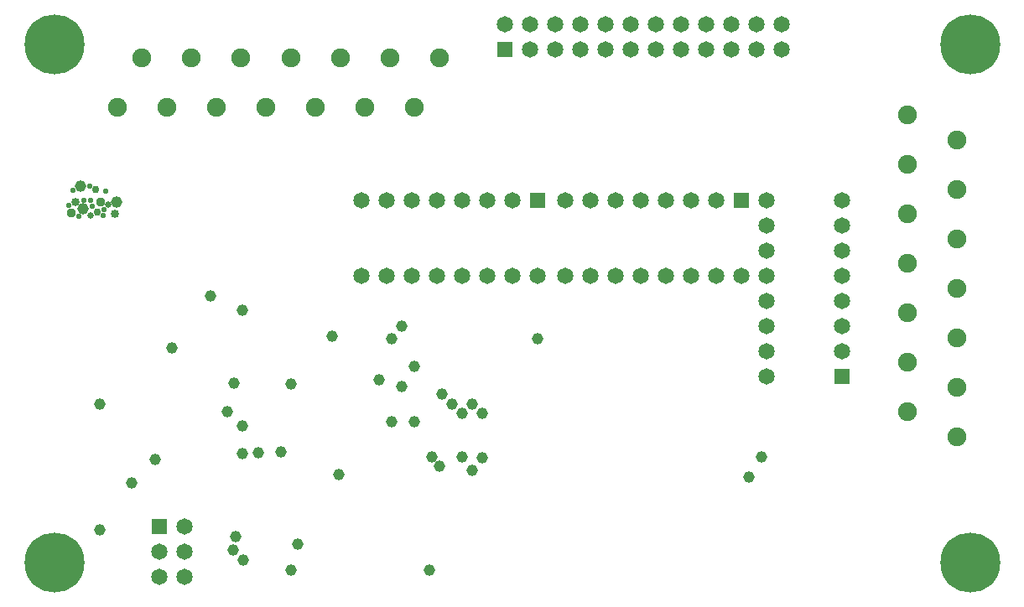
<source format=gbs>
%FSAX42Y42*%
%MOMM*%
G71*
G01*
G75*
G04 Layer_Color=16711935*
%ADD10R,1.30X1.05*%
%ADD11R,0.80X0.90*%
%ADD12O,0.55X1.75*%
%ADD13O,1.75X0.55*%
%ADD14R,0.90X0.80*%
%ADD15R,2.20X2.50*%
%ADD16R,2.00X0.50*%
%ADD17R,0.90X1.00*%
%ADD18C,0.51*%
%ADD19C,0.25*%
%ADD20C,0.60*%
%ADD21C,0.40*%
%ADD22C,1.00*%
%ADD23C,0.70*%
%ADD24C,0.50*%
%ADD25C,0.80*%
%ADD26C,5.89*%
%ADD27R,1.50X1.50*%
%ADD28C,1.50*%
%ADD29R,1.50X1.50*%
%ADD30C,1.50*%
%ADD31R,1.50X1.50*%
%ADD32C,1.75*%
%ADD33R,1.50X1.50*%
%ADD34C,1.02*%
%ADD35C,0.20*%
%ADD36C,0.60*%
%ADD37C,0.25*%
%ADD38C,0.20*%
%ADD39C,0.18*%
%ADD40R,2.03X2.03*%
%ADD41R,1.50X1.25*%
%ADD42R,0.95X1.05*%
%ADD43O,0.70X1.90*%
%ADD44O,1.90X0.70*%
%ADD45R,1.05X0.95*%
%ADD46R,2.35X2.65*%
%ADD47R,2.15X0.65*%
%ADD48R,1.05X1.15*%
%ADD49C,0.75*%
%ADD50C,0.55*%
%ADD51C,1.15*%
%ADD52C,0.85*%
%ADD53C,0.65*%
%ADD54C,0.95*%
%ADD55C,6.05*%
%ADD56R,1.65X1.65*%
%ADD57C,1.65*%
%ADD58R,1.65X1.65*%
%ADD59C,1.65*%
%ADD60R,1.65X1.65*%
%ADD61C,1.90*%
%ADD62R,1.65X1.65*%
%ADD63C,1.17*%
D49*
X005878Y011765D02*
D03*
X005895Y011542D02*
D03*
D50*
X005817Y011806D02*
D03*
X005977Y011753D02*
D03*
X005646Y011758D02*
D03*
X005710Y011501D02*
D03*
X005961Y011567D02*
D03*
X005956Y011504D02*
D03*
X005603Y011610D02*
D03*
X005756Y011659D02*
D03*
X005842Y011598D02*
D03*
X005824Y011656D02*
D03*
D51*
X005725Y011801D02*
D03*
X006091Y011641D02*
D03*
X005753Y011570D02*
D03*
D52*
X006068Y011524D02*
D03*
X005674Y011646D02*
D03*
D53*
X006007Y011613D02*
D03*
X005827Y011504D02*
D03*
D54*
X005928Y011641D02*
D03*
X005636Y011529D02*
D03*
D55*
X005461Y013233D02*
D03*
Y008001D02*
D03*
X014707Y013233D02*
D03*
Y008001D02*
D03*
D56*
X006519Y008362D02*
D03*
D57*
X006773D02*
D03*
X006519Y008108D02*
D03*
X006773D02*
D03*
X006519Y007854D02*
D03*
X006773D02*
D03*
X010262Y013183D02*
D03*
X010516D02*
D03*
X010770D02*
D03*
X011024D02*
D03*
X011278D02*
D03*
X011532D02*
D03*
X011786D02*
D03*
X012040D02*
D03*
X012294D02*
D03*
X012548D02*
D03*
X012802D02*
D03*
X010008Y013437D02*
D03*
X010262D02*
D03*
X010516D02*
D03*
X010770D02*
D03*
X011024D02*
D03*
X011278D02*
D03*
X011532D02*
D03*
X011786D02*
D03*
X012040D02*
D03*
X012294D02*
D03*
X012548D02*
D03*
X012802D02*
D03*
D58*
X013411Y009881D02*
D03*
D59*
Y010135D02*
D03*
Y010389D02*
D03*
Y010643D02*
D03*
Y010897D02*
D03*
Y011151D02*
D03*
Y011405D02*
D03*
Y011659D02*
D03*
X012649Y009881D02*
D03*
Y010135D02*
D03*
Y010389D02*
D03*
Y010643D02*
D03*
Y010897D02*
D03*
Y011151D02*
D03*
Y011405D02*
D03*
Y011659D02*
D03*
X012141Y011659D02*
D03*
X011887D02*
D03*
X011633D02*
D03*
X011379D02*
D03*
X011125D02*
D03*
X010871D02*
D03*
X010617D02*
D03*
X012395Y010897D02*
D03*
X012141D02*
D03*
X011887D02*
D03*
X011633D02*
D03*
X011379D02*
D03*
X011125D02*
D03*
X010871D02*
D03*
X010617D02*
D03*
X010084Y011659D02*
D03*
X009830D02*
D03*
X009576D02*
D03*
X009322D02*
D03*
X009068D02*
D03*
X008814D02*
D03*
X008560D02*
D03*
X010338Y010897D02*
D03*
X010084D02*
D03*
X009830D02*
D03*
X009576D02*
D03*
X009322D02*
D03*
X009068D02*
D03*
X008814D02*
D03*
X008560D02*
D03*
D60*
X012395Y011659D02*
D03*
X010338D02*
D03*
D61*
X009346Y013098D02*
D03*
X006096Y012598D02*
D03*
X006346Y013098D02*
D03*
X006596Y012598D02*
D03*
X006846Y013098D02*
D03*
X007096Y012598D02*
D03*
X007346Y013098D02*
D03*
X007596Y012598D02*
D03*
X007846Y013098D02*
D03*
X008096Y012598D02*
D03*
X008346Y013098D02*
D03*
X008596Y012598D02*
D03*
X008846Y013098D02*
D03*
X009096Y012598D02*
D03*
X014072Y009522D02*
D03*
X014572Y009772D02*
D03*
X014072Y010022D02*
D03*
X014572Y010272D02*
D03*
X014072Y010522D02*
D03*
X014572Y010772D02*
D03*
X014072Y011022D02*
D03*
X014572Y011272D02*
D03*
X014072Y011522D02*
D03*
X014572Y011772D02*
D03*
X014072Y012022D02*
D03*
X014572Y012272D02*
D03*
X014072Y012522D02*
D03*
X014572Y009272D02*
D03*
D62*
X010008Y013183D02*
D03*
D63*
X012471Y008865D02*
D03*
X005920Y008333D02*
D03*
Y009599D02*
D03*
X009347Y008973D02*
D03*
X008865Y009423D02*
D03*
X009373Y009703D02*
D03*
X009474Y009601D02*
D03*
X009677D02*
D03*
X009576Y009512D02*
D03*
X009779Y009508D02*
D03*
Y009060D02*
D03*
X009677Y008931D02*
D03*
X009246Y007928D02*
D03*
X007358Y010550D02*
D03*
X008264Y010287D02*
D03*
X008329Y008892D02*
D03*
X008742Y009851D02*
D03*
X007916Y008184D02*
D03*
X006477Y009042D02*
D03*
X007206Y009529D02*
D03*
X007294Y008264D02*
D03*
X008966Y009779D02*
D03*
X007264Y008128D02*
D03*
X009093Y009982D02*
D03*
X007366Y008026D02*
D03*
X007849Y007925D02*
D03*
X009271Y009068D02*
D03*
X009093Y009423D02*
D03*
X012598Y009068D02*
D03*
X008865Y010262D02*
D03*
X008966Y010389D02*
D03*
X010338Y010262D02*
D03*
X007036Y010693D02*
D03*
X006646Y010168D02*
D03*
X007275Y009815D02*
D03*
X007747Y009119D02*
D03*
X007849Y009804D02*
D03*
X007355Y009105D02*
D03*
Y009384D02*
D03*
X009576Y009068D02*
D03*
X006241Y008806D02*
D03*
X007518Y009109D02*
D03*
M02*

</source>
